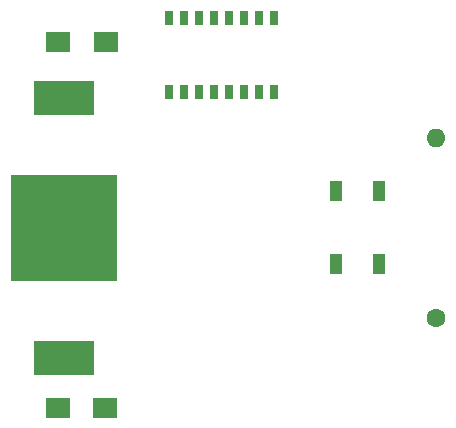
<source format=gbr>
G04 #@! TF.FileFunction,Soldermask,Bot*
%FSLAX46Y46*%
G04 Gerber Fmt 4.6, Leading zero omitted, Abs format (unit mm)*
G04 Created by KiCad (PCBNEW 4.0.6) date 04/30/18 18:34:21*
%MOMM*%
%LPD*%
G01*
G04 APERTURE LIST*
%ADD10C,0.100000*%
%ADD11R,9.000000X9.000000*%
%ADD12R,5.100000X3.000000*%
%ADD13C,1.600000*%
%ADD14O,1.600000X1.600000*%
%ADD15R,0.800000X1.300000*%
%ADD16R,1.100000X1.800000*%
%ADD17R,2.000000X1.700000*%
G04 APERTURE END LIST*
D10*
D11*
X-12160000Y0D03*
D12*
X-12160000Y-11000000D03*
X-12160000Y11000000D03*
D13*
X19304000Y-7620000D03*
D14*
X19304000Y7620000D03*
D15*
X5598000Y11480000D03*
X4318000Y11480000D03*
X3058000Y11480000D03*
X1788000Y11480000D03*
X508000Y11480000D03*
X-762000Y11480000D03*
X-2022000Y11480000D03*
X-3302000Y11480000D03*
X-3302000Y17780000D03*
X-2022000Y17780000D03*
X-762000Y17780000D03*
X508000Y17780000D03*
X1788000Y17780000D03*
X3058000Y17780000D03*
X4318000Y17780000D03*
X5598000Y17780000D03*
D16*
X10850000Y3100000D03*
X10850000Y-3100000D03*
X14550000Y3100000D03*
X14550000Y-3100000D03*
D17*
X-8668000Y-15240000D03*
X-12668000Y-15240000D03*
X-8636000Y15760000D03*
X-12636000Y15760000D03*
M02*

</source>
